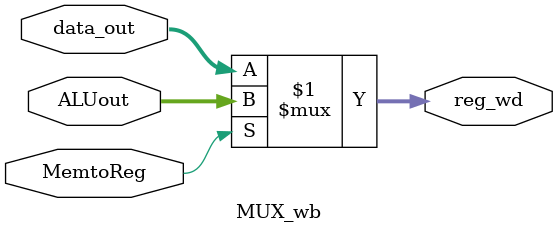
<source format=v>
`timescale 1ns / 1ps

module PC_adder(
input [4:0] pc_in,
output [4:0] npc
);
    assign npc= pc_in + 4;
endmodule

module imem( 
input EnIM,
input [4:0] addr, 
output reg [31:0] instr, 
input clk 
); 
 
    reg [7:0] inst_mem[31:0]; 
     
    initial begin 
        {inst_mem[0],inst_mem[1],inst_mem[2],inst_mem[3]} = 32'h0123_0000; 
        {inst_mem[4],inst_mem[5],inst_mem[6],inst_mem[7]} = 32'h1410_0007; 
        {inst_mem[8],inst_mem[9],inst_mem[10],inst_mem[11]} = 32'h3540_1234; 
        {inst_mem[12],inst_mem[13],inst_mem[14],inst_mem[15]} = 32'h7876_0000;  
        {inst_mem[16],inst_mem[17],inst_mem[18],inst_mem[19]} = 32'hFA98_0000;
    end 
    always @(*) begin
        if (EnIM)
            instr = {inst_mem[addr], inst_mem[addr+1], inst_mem[addr+2], inst_mem[addr+3]};
        else
            instr = 32'h0; // Output NOP when disabled
    end
endmodule 

module sgn_extnd(
input [15:0] imm,
output [31:0] extnd_imm
);
    assign extnd_imm = { {16{imm[15]}}, imm };
endmodule

module regfile( 
input [3:0] rn1, rn2, wn, 
input [31:0] wd, 
input  EnRW,wb, 
output [31:0] rd1, rd2, 
input clk 
); 
    reg [31:0] register[31:0]; 
     
    initial begin 
        register[2] = 32'h9; 
        register[3] = 32'h10; 
        register[6] = 32'h688CA; 
        register[7] = 32'h964EA;
        register[9] = 32'h1212E;
        
    end 
     
    assign 
 
        rd1= register[rn1], 
        rd2= register[rn2]; 
     
    always@(negedge clk) begin 
        if (EnRW == 1'b1) begin 
        register[wn]<= wd; 
        end 
    end 
endmodule 

module MUX_alusrc(
input [31:0] b,extnd_imm,
input ALUsrc,
output [31:0] in2
);
    assign in2 = ALUsrc ? extnd_imm : b;
endmodule

module alu( 
input [31:0] in1, in2, 
input [2:0] ALUctrl, 
output reg [31:0] result, 
output zero 
); 
    assign zero = (result == 0); 
    always @(*) begin 
        case(ALUctrl) 
        3'b000: result = (in1 & in2); 
        3'b001: result = (in1 | in2); 
        3'b010: result = in1 + in2;
        3'b011: result = ~(in1 | in2);
        3'b110: result = in1 - in2; 
        3'b111: result = (in1 < in2) ? 32'h1 : 32'h0; 
        default: result = 0; 
        endcase 
    end 
endmodule


module data_mem( 
input [31:0] addr, 
input [31:0] wd, 
input memread,memwrite, 
output reg [31:0] rd, 
input clk 
); 
    reg [7:0] data_mem [128:0];
    initial begin
        {data_mem[32], data_mem[33], data_mem[34], data_mem[35]} = 32'h12345678;
        {data_mem[26], data_mem[27], data_mem[28], data_mem[29]} = 32'h12345678;
        {data_mem[20], data_mem[21], data_mem[22], data_mem[23]} = 32'h12345678;
    end
     
    always @(*) begin 
        if (memread) begin 
            rd = {data_mem[addr], data_mem[addr + 1], data_mem[addr + 2], data_mem[addr + 3]}; 
        end
        else begin
            rd = 32'h0; // Default value when not reading
        end
    end
    
    // Sequential write
    always @(posedge clk) begin 
        if (memwrite) begin 
            data_mem[addr] <= wd[31:24]; 
            data_mem[addr+1] <= wd[23:16]; 
            data_mem[addr+2] <= wd[15:8]; 
            data_mem[addr+3] <= wd[7:0]; 
        end 
    end 
endmodule

module MUX_wb(
input MemtoReg,
input [31:0] data_out, ALUout,
output [31:0] reg_wd
);
    assign reg_wd = MemtoReg ? ALUout:data_out;
endmodule
</source>
